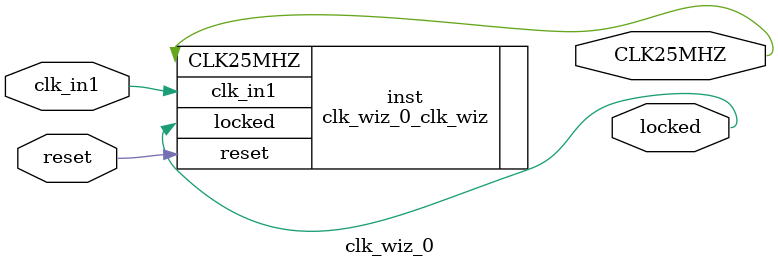
<source format=v>


`timescale 1ps/1ps

(* CORE_GENERATION_INFO = "clk_wiz_0,clk_wiz_v6_0_6_0_0,{component_name=clk_wiz_0,use_phase_alignment=true,use_min_o_jitter=false,use_max_i_jitter=false,use_dyn_phase_shift=false,use_inclk_switchover=false,use_dyn_reconfig=false,enable_axi=0,feedback_source=FDBK_AUTO,PRIMITIVE=PLL,num_out_clk=1,clkin1_period=10.000,clkin2_period=10.000,use_power_down=false,use_reset=true,use_locked=true,use_inclk_stopped=false,feedback_type=SINGLE,CLOCK_MGR_TYPE=NA,manual_override=false}" *)

module clk_wiz_0 
 (
  // Clock out ports
  output        CLK25MHZ,
  // Status and control signals
  input         reset,
  output        locked,
 // Clock in ports
  input         clk_in1
 );

  clk_wiz_0_clk_wiz inst
  (
  // Clock out ports  
  .CLK25MHZ(CLK25MHZ),
  // Status and control signals               
  .reset(reset), 
  .locked(locked),
 // Clock in ports
  .clk_in1(clk_in1)
  );

endmodule

</source>
